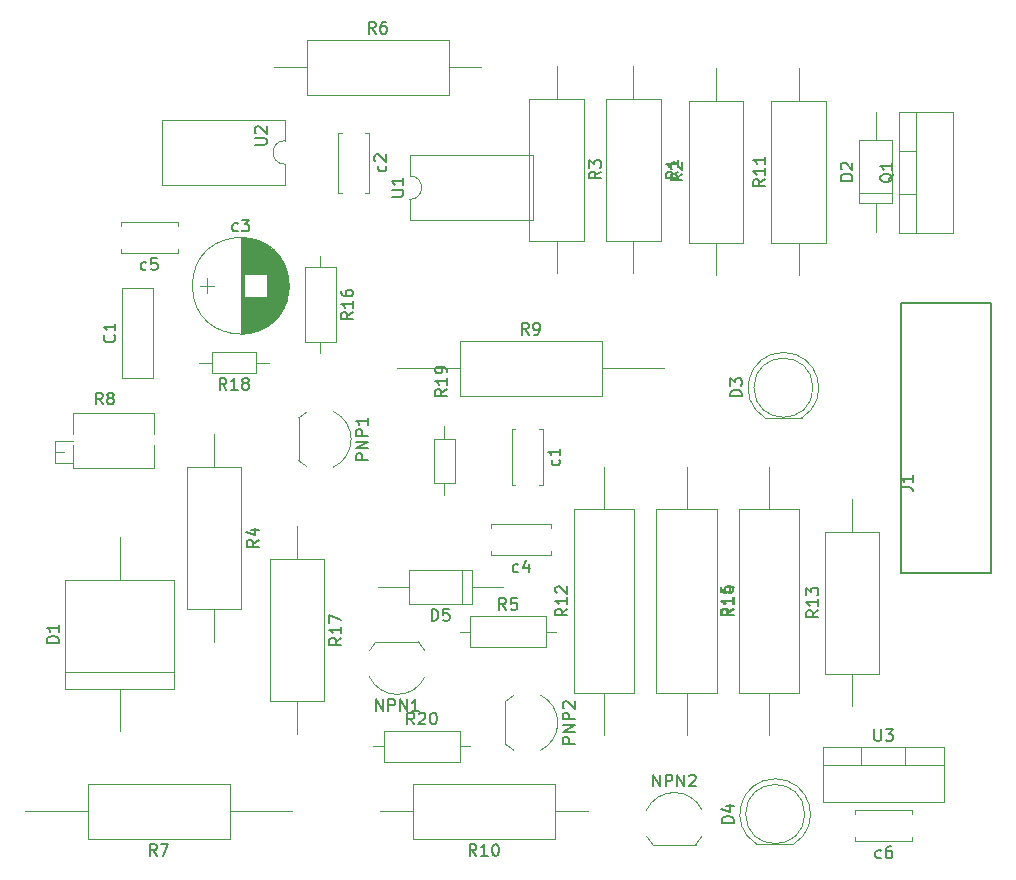
<source format=gbr>
G04 #@! TF.FileFunction,Legend,Top*
%FSLAX46Y46*%
G04 Gerber Fmt 4.6, Leading zero omitted, Abs format (unit mm)*
G04 Created by KiCad (PCBNEW 4.0.6) date 06/15/17 21:01:38*
%MOMM*%
%LPD*%
G01*
G04 APERTURE LIST*
%ADD10C,0.100000*%
%ADD11C,0.120000*%
%ADD12C,0.150000*%
G04 APERTURE END LIST*
D10*
D11*
X180690000Y-76350000D02*
X185310000Y-76350000D01*
X185310000Y-76350000D02*
X185310000Y-64330000D01*
X185310000Y-64330000D02*
X180690000Y-64330000D01*
X180690000Y-64330000D02*
X180690000Y-76350000D01*
X183000000Y-79120000D02*
X183000000Y-76350000D01*
X183000000Y-61560000D02*
X183000000Y-64330000D01*
X121585000Y-90780000D02*
X128415000Y-90780000D01*
X121585000Y-95400000D02*
X128415000Y-95400000D01*
X121585000Y-90780000D02*
X121585000Y-92535000D01*
X121585000Y-93466000D02*
X121585000Y-95400000D01*
X128415000Y-90780000D02*
X128415000Y-92535000D01*
X128415000Y-93466000D02*
X128415000Y-95400000D01*
X120065000Y-93120000D02*
X121544000Y-93120000D01*
X120065000Y-95020000D02*
X121584000Y-95020000D01*
X120065000Y-93120000D02*
X120065000Y-95020000D01*
X121584000Y-93466000D02*
X121584000Y-95020000D01*
X120065000Y-94070000D02*
X120825000Y-94070000D01*
X120890000Y-114110000D02*
X130110000Y-114110000D01*
X130110000Y-114110000D02*
X130110000Y-104890000D01*
X130110000Y-104890000D02*
X120890000Y-104890000D01*
X120890000Y-104890000D02*
X120890000Y-114110000D01*
X125500000Y-117720000D02*
X125500000Y-114110000D01*
X125500000Y-101280000D02*
X125500000Y-104890000D01*
X120890000Y-112685000D02*
X130110000Y-112685000D01*
X140650000Y-91200000D02*
X140650000Y-94800000D01*
X141377205Y-90675816D02*
G75*
G03X140650000Y-91200000I1122795J-2324184D01*
G01*
X143598807Y-90643600D02*
G75*
G02X145100000Y-93000000I-1098807J-2356400D01*
G01*
X143598807Y-95356400D02*
G75*
G03X145100000Y-93000000I-1098807J2356400D01*
G01*
X141377205Y-95324184D02*
G75*
G02X140650000Y-94800000I1122795J2324184D01*
G01*
X135810000Y-95330000D02*
X131190000Y-95330000D01*
X131190000Y-95330000D02*
X131190000Y-107350000D01*
X131190000Y-107350000D02*
X135810000Y-107350000D01*
X135810000Y-107350000D02*
X135810000Y-95330000D01*
X133500000Y-92560000D02*
X133500000Y-95330000D01*
X133500000Y-110120000D02*
X133500000Y-107350000D01*
X134810000Y-126810000D02*
X134810000Y-122190000D01*
X134810000Y-122190000D02*
X122790000Y-122190000D01*
X122790000Y-122190000D02*
X122790000Y-126810000D01*
X122790000Y-126810000D02*
X134810000Y-126810000D01*
X140120000Y-124500000D02*
X134810000Y-124500000D01*
X117480000Y-124500000D02*
X122790000Y-124500000D01*
X142810000Y-103150000D02*
X138190000Y-103150000D01*
X138190000Y-103150000D02*
X138190000Y-115170000D01*
X138190000Y-115170000D02*
X142810000Y-115170000D01*
X142810000Y-115170000D02*
X142810000Y-103150000D01*
X140500000Y-100380000D02*
X140500000Y-103150000D01*
X140500000Y-117940000D02*
X140500000Y-115170000D01*
X173690000Y-76350000D02*
X178310000Y-76350000D01*
X178310000Y-76350000D02*
X178310000Y-64330000D01*
X178310000Y-64330000D02*
X173690000Y-64330000D01*
X173690000Y-64330000D02*
X173690000Y-76350000D01*
X176000000Y-79120000D02*
X176000000Y-76350000D01*
X176000000Y-61560000D02*
X176000000Y-64330000D01*
X188090000Y-73010000D02*
X190910000Y-73010000D01*
X190910000Y-73010000D02*
X190910000Y-67690000D01*
X190910000Y-67690000D02*
X188090000Y-67690000D01*
X188090000Y-67690000D02*
X188090000Y-73010000D01*
X189500000Y-75420000D02*
X189500000Y-73010000D01*
X189500000Y-65280000D02*
X189500000Y-67690000D01*
X188090000Y-72170000D02*
X190910000Y-72170000D01*
D12*
X191690000Y-81460000D02*
X191690000Y-104320000D01*
X199310000Y-81460000D02*
X191690000Y-81460000D01*
X199310000Y-104320000D02*
X199310000Y-81460000D01*
X191690000Y-104320000D02*
X199310000Y-104320000D01*
D11*
X191452255Y-75527651D02*
X191452255Y-65287651D01*
X196093255Y-75527651D02*
X196093255Y-65287651D01*
X191452255Y-75527651D02*
X196093255Y-75527651D01*
X191452255Y-65287651D02*
X196093255Y-65287651D01*
X192962255Y-75527651D02*
X192962255Y-65287651D01*
X191452255Y-72257651D02*
X192962255Y-72257651D01*
X191452255Y-68556651D02*
X192962255Y-68556651D01*
X177940000Y-114510000D02*
X183060000Y-114510000D01*
X183060000Y-114510000D02*
X183060000Y-98890000D01*
X183060000Y-98890000D02*
X177940000Y-98890000D01*
X177940000Y-98890000D02*
X177940000Y-114510000D01*
X180500000Y-118020000D02*
X180500000Y-114510000D01*
X180500000Y-95380000D02*
X180500000Y-98890000D01*
X192610000Y-127010000D02*
X187790000Y-127010000D01*
X192610000Y-124390000D02*
X187790000Y-124390000D01*
X192610000Y-127010000D02*
X192610000Y-126696000D01*
X192610000Y-124704000D02*
X192610000Y-124390000D01*
X187790000Y-127010000D02*
X187790000Y-126696000D01*
X187790000Y-124704000D02*
X187790000Y-124390000D01*
X181000462Y-121740000D02*
G75*
G03X179455170Y-127290000I-462J-2990000D01*
G01*
X180999538Y-121740000D02*
G75*
G02X182544830Y-127290000I462J-2990000D01*
G01*
X183500000Y-124730000D02*
G75*
G03X183500000Y-124730000I-2500000J0D01*
G01*
X179455000Y-127290000D02*
X182545000Y-127290000D01*
X163940000Y-114510000D02*
X169060000Y-114510000D01*
X169060000Y-114510000D02*
X169060000Y-98890000D01*
X169060000Y-98890000D02*
X163940000Y-98890000D01*
X163940000Y-98890000D02*
X163940000Y-114510000D01*
X166500000Y-118020000D02*
X166500000Y-114510000D01*
X166500000Y-95380000D02*
X166500000Y-98890000D01*
X170660000Y-127350000D02*
X174260000Y-127350000D01*
X170135816Y-126622795D02*
G75*
G03X170660000Y-127350000I2324184J1122795D01*
G01*
X170103600Y-124401193D02*
G75*
G02X172460000Y-122900000I2356400J-1098807D01*
G01*
X174816400Y-124401193D02*
G75*
G03X172460000Y-122900000I-2356400J-1098807D01*
G01*
X174784184Y-126622795D02*
G75*
G02X174260000Y-127350000I-2324184J1122795D01*
G01*
X176060000Y-98890000D02*
X170940000Y-98890000D01*
X170940000Y-98890000D02*
X170940000Y-114510000D01*
X170940000Y-114510000D02*
X176060000Y-114510000D01*
X176060000Y-114510000D02*
X176060000Y-98890000D01*
X173500000Y-95380000D02*
X173500000Y-98890000D01*
X173500000Y-118020000D02*
X173500000Y-114510000D01*
X185190000Y-112850000D02*
X189810000Y-112850000D01*
X189810000Y-112850000D02*
X189810000Y-100830000D01*
X189810000Y-100830000D02*
X185190000Y-100830000D01*
X185190000Y-100830000D02*
X185190000Y-112850000D01*
X187500000Y-115620000D02*
X187500000Y-112850000D01*
X187500000Y-98060000D02*
X187500000Y-100830000D01*
X185040000Y-119080000D02*
X195280000Y-119080000D01*
X185040000Y-123721000D02*
X195280000Y-123721000D01*
X185040000Y-119080000D02*
X185040000Y-123721000D01*
X195280000Y-119080000D02*
X195280000Y-123721000D01*
X185040000Y-120590000D02*
X195280000Y-120590000D01*
X188310000Y-119080000D02*
X188310000Y-120590000D01*
X192011000Y-119080000D02*
X192011000Y-120590000D01*
X137050000Y-87360000D02*
X137050000Y-85640000D01*
X137050000Y-85640000D02*
X133330000Y-85640000D01*
X133330000Y-85640000D02*
X133330000Y-87360000D01*
X133330000Y-87360000D02*
X137050000Y-87360000D01*
X138120000Y-86500000D02*
X137050000Y-86500000D01*
X132260000Y-86500000D02*
X133330000Y-86500000D01*
X125690000Y-87810000D02*
X125690000Y-80190000D01*
X128310000Y-87810000D02*
X128310000Y-80190000D01*
X125690000Y-87810000D02*
X128310000Y-87810000D01*
X125690000Y-80190000D02*
X128310000Y-80190000D01*
X146610000Y-67040000D02*
X146610000Y-72160000D01*
X143990000Y-67040000D02*
X143990000Y-72160000D01*
X146610000Y-67040000D02*
X146296000Y-67040000D01*
X144304000Y-67040000D02*
X143990000Y-67040000D01*
X146610000Y-72160000D02*
X146296000Y-72160000D01*
X144304000Y-72160000D02*
X143990000Y-72160000D01*
X135750000Y-75950000D02*
X135750000Y-84050000D01*
X135790000Y-75950000D02*
X135790000Y-84050000D01*
X135830000Y-75950000D02*
X135830000Y-84050000D01*
X135870000Y-75951000D02*
X135870000Y-84049000D01*
X135910000Y-75953000D02*
X135910000Y-84047000D01*
X135950000Y-75954000D02*
X135950000Y-84046000D01*
X135990000Y-75957000D02*
X135990000Y-84043000D01*
X136030000Y-75959000D02*
X136030000Y-79020000D01*
X136030000Y-80980000D02*
X136030000Y-84041000D01*
X136070000Y-75962000D02*
X136070000Y-79020000D01*
X136070000Y-80980000D02*
X136070000Y-84038000D01*
X136110000Y-75965000D02*
X136110000Y-79020000D01*
X136110000Y-80980000D02*
X136110000Y-84035000D01*
X136150000Y-75969000D02*
X136150000Y-79020000D01*
X136150000Y-80980000D02*
X136150000Y-84031000D01*
X136190000Y-75973000D02*
X136190000Y-79020000D01*
X136190000Y-80980000D02*
X136190000Y-84027000D01*
X136230000Y-75978000D02*
X136230000Y-79020000D01*
X136230000Y-80980000D02*
X136230000Y-84022000D01*
X136270000Y-75983000D02*
X136270000Y-79020000D01*
X136270000Y-80980000D02*
X136270000Y-84017000D01*
X136310000Y-75988000D02*
X136310000Y-79020000D01*
X136310000Y-80980000D02*
X136310000Y-84012000D01*
X136350000Y-75994000D02*
X136350000Y-79020000D01*
X136350000Y-80980000D02*
X136350000Y-84006000D01*
X136390000Y-76000000D02*
X136390000Y-79020000D01*
X136390000Y-80980000D02*
X136390000Y-84000000D01*
X136430000Y-76006000D02*
X136430000Y-79020000D01*
X136430000Y-80980000D02*
X136430000Y-83994000D01*
X136471000Y-76013000D02*
X136471000Y-79020000D01*
X136471000Y-80980000D02*
X136471000Y-83987000D01*
X136511000Y-76021000D02*
X136511000Y-79020000D01*
X136511000Y-80980000D02*
X136511000Y-83979000D01*
X136551000Y-76029000D02*
X136551000Y-79020000D01*
X136551000Y-80980000D02*
X136551000Y-83971000D01*
X136591000Y-76037000D02*
X136591000Y-79020000D01*
X136591000Y-80980000D02*
X136591000Y-83963000D01*
X136631000Y-76045000D02*
X136631000Y-79020000D01*
X136631000Y-80980000D02*
X136631000Y-83955000D01*
X136671000Y-76054000D02*
X136671000Y-79020000D01*
X136671000Y-80980000D02*
X136671000Y-83946000D01*
X136711000Y-76064000D02*
X136711000Y-79020000D01*
X136711000Y-80980000D02*
X136711000Y-83936000D01*
X136751000Y-76074000D02*
X136751000Y-79020000D01*
X136751000Y-80980000D02*
X136751000Y-83926000D01*
X136791000Y-76084000D02*
X136791000Y-79020000D01*
X136791000Y-80980000D02*
X136791000Y-83916000D01*
X136831000Y-76095000D02*
X136831000Y-79020000D01*
X136831000Y-80980000D02*
X136831000Y-83905000D01*
X136871000Y-76106000D02*
X136871000Y-79020000D01*
X136871000Y-80980000D02*
X136871000Y-83894000D01*
X136911000Y-76117000D02*
X136911000Y-79020000D01*
X136911000Y-80980000D02*
X136911000Y-83883000D01*
X136951000Y-76130000D02*
X136951000Y-79020000D01*
X136951000Y-80980000D02*
X136951000Y-83870000D01*
X136991000Y-76142000D02*
X136991000Y-79020000D01*
X136991000Y-80980000D02*
X136991000Y-83858000D01*
X137031000Y-76155000D02*
X137031000Y-79020000D01*
X137031000Y-80980000D02*
X137031000Y-83845000D01*
X137071000Y-76168000D02*
X137071000Y-79020000D01*
X137071000Y-80980000D02*
X137071000Y-83832000D01*
X137111000Y-76182000D02*
X137111000Y-79020000D01*
X137111000Y-80980000D02*
X137111000Y-83818000D01*
X137151000Y-76197000D02*
X137151000Y-79020000D01*
X137151000Y-80980000D02*
X137151000Y-83803000D01*
X137191000Y-76211000D02*
X137191000Y-79020000D01*
X137191000Y-80980000D02*
X137191000Y-83789000D01*
X137231000Y-76227000D02*
X137231000Y-79020000D01*
X137231000Y-80980000D02*
X137231000Y-83773000D01*
X137271000Y-76242000D02*
X137271000Y-79020000D01*
X137271000Y-80980000D02*
X137271000Y-83758000D01*
X137311000Y-76259000D02*
X137311000Y-79020000D01*
X137311000Y-80980000D02*
X137311000Y-83741000D01*
X137351000Y-76275000D02*
X137351000Y-79020000D01*
X137351000Y-80980000D02*
X137351000Y-83725000D01*
X137391000Y-76293000D02*
X137391000Y-79020000D01*
X137391000Y-80980000D02*
X137391000Y-83707000D01*
X137431000Y-76310000D02*
X137431000Y-79020000D01*
X137431000Y-80980000D02*
X137431000Y-83690000D01*
X137471000Y-76329000D02*
X137471000Y-79020000D01*
X137471000Y-80980000D02*
X137471000Y-83671000D01*
X137511000Y-76348000D02*
X137511000Y-79020000D01*
X137511000Y-80980000D02*
X137511000Y-83652000D01*
X137551000Y-76367000D02*
X137551000Y-79020000D01*
X137551000Y-80980000D02*
X137551000Y-83633000D01*
X137591000Y-76387000D02*
X137591000Y-79020000D01*
X137591000Y-80980000D02*
X137591000Y-83613000D01*
X137631000Y-76407000D02*
X137631000Y-79020000D01*
X137631000Y-80980000D02*
X137631000Y-83593000D01*
X137671000Y-76428000D02*
X137671000Y-79020000D01*
X137671000Y-80980000D02*
X137671000Y-83572000D01*
X137711000Y-76450000D02*
X137711000Y-79020000D01*
X137711000Y-80980000D02*
X137711000Y-83550000D01*
X137751000Y-76472000D02*
X137751000Y-79020000D01*
X137751000Y-80980000D02*
X137751000Y-83528000D01*
X137791000Y-76495000D02*
X137791000Y-79020000D01*
X137791000Y-80980000D02*
X137791000Y-83505000D01*
X137831000Y-76518000D02*
X137831000Y-79020000D01*
X137831000Y-80980000D02*
X137831000Y-83482000D01*
X137871000Y-76542000D02*
X137871000Y-79020000D01*
X137871000Y-80980000D02*
X137871000Y-83458000D01*
X137911000Y-76566000D02*
X137911000Y-79020000D01*
X137911000Y-80980000D02*
X137911000Y-83434000D01*
X137951000Y-76592000D02*
X137951000Y-79020000D01*
X137951000Y-80980000D02*
X137951000Y-83408000D01*
X137991000Y-76617000D02*
X137991000Y-83383000D01*
X138031000Y-76644000D02*
X138031000Y-83356000D01*
X138071000Y-76671000D02*
X138071000Y-83329000D01*
X138111000Y-76699000D02*
X138111000Y-83301000D01*
X138151000Y-76728000D02*
X138151000Y-83272000D01*
X138191000Y-76757000D02*
X138191000Y-83243000D01*
X138231000Y-76787000D02*
X138231000Y-83213000D01*
X138271000Y-76818000D02*
X138271000Y-83182000D01*
X138311000Y-76850000D02*
X138311000Y-83150000D01*
X138351000Y-76882000D02*
X138351000Y-83118000D01*
X138391000Y-76916000D02*
X138391000Y-83084000D01*
X138431000Y-76950000D02*
X138431000Y-83050000D01*
X138471000Y-76985000D02*
X138471000Y-83015000D01*
X138511000Y-77021000D02*
X138511000Y-82979000D01*
X138551000Y-77058000D02*
X138551000Y-82942000D01*
X138591000Y-77096000D02*
X138591000Y-82904000D01*
X138631000Y-77135000D02*
X138631000Y-82865000D01*
X138671000Y-77176000D02*
X138671000Y-82824000D01*
X138711000Y-77217000D02*
X138711000Y-82783000D01*
X138751000Y-77260000D02*
X138751000Y-82740000D01*
X138791000Y-77303000D02*
X138791000Y-82697000D01*
X138831000Y-77348000D02*
X138831000Y-82652000D01*
X138871000Y-77395000D02*
X138871000Y-82605000D01*
X138911000Y-77443000D02*
X138911000Y-82557000D01*
X138951000Y-77492000D02*
X138951000Y-82508000D01*
X138991000Y-77543000D02*
X138991000Y-82457000D01*
X139031000Y-77596000D02*
X139031000Y-82404000D01*
X139071000Y-77651000D02*
X139071000Y-82349000D01*
X139111000Y-77707000D02*
X139111000Y-82293000D01*
X139151000Y-77766000D02*
X139151000Y-82234000D01*
X139191000Y-77827000D02*
X139191000Y-82173000D01*
X139231000Y-77891000D02*
X139231000Y-82109000D01*
X139271000Y-77957000D02*
X139271000Y-82043000D01*
X139311000Y-78026000D02*
X139311000Y-81974000D01*
X139351000Y-78098000D02*
X139351000Y-81902000D01*
X139391000Y-78174000D02*
X139391000Y-81826000D01*
X139431000Y-78255000D02*
X139431000Y-81745000D01*
X139471000Y-78340000D02*
X139471000Y-81660000D01*
X139511000Y-78430000D02*
X139511000Y-81570000D01*
X139551000Y-78527000D02*
X139551000Y-81473000D01*
X139591000Y-78631000D02*
X139591000Y-81369000D01*
X139631000Y-78746000D02*
X139631000Y-81254000D01*
X139671000Y-78873000D02*
X139671000Y-81127000D01*
X139711000Y-79017000D02*
X139711000Y-80983000D01*
X139751000Y-79186000D02*
X139751000Y-80814000D01*
X139791000Y-79402000D02*
X139791000Y-80598000D01*
X139831000Y-79754000D02*
X139831000Y-80246000D01*
X132300000Y-80000000D02*
X133500000Y-80000000D01*
X132900000Y-79350000D02*
X132900000Y-80650000D01*
X139840000Y-80000000D02*
G75*
G03X139840000Y-80000000I-4090000J0D01*
G01*
X130410000Y-77210000D02*
X125590000Y-77210000D01*
X130410000Y-74590000D02*
X125590000Y-74590000D01*
X130410000Y-77210000D02*
X130410000Y-76896000D01*
X130410000Y-74904000D02*
X130410000Y-74590000D01*
X125590000Y-77210000D02*
X125590000Y-76896000D01*
X125590000Y-74904000D02*
X125590000Y-74590000D01*
X141330000Y-59190000D02*
X141330000Y-63810000D01*
X141330000Y-63810000D02*
X153350000Y-63810000D01*
X153350000Y-63810000D02*
X153350000Y-59190000D01*
X153350000Y-59190000D02*
X141330000Y-59190000D01*
X138560000Y-61500000D02*
X141330000Y-61500000D01*
X156120000Y-61500000D02*
X153350000Y-61500000D01*
X143810000Y-78370000D02*
X141190000Y-78370000D01*
X141190000Y-78370000D02*
X141190000Y-84790000D01*
X141190000Y-84790000D02*
X143810000Y-84790000D01*
X143810000Y-84790000D02*
X143810000Y-78370000D01*
X142500000Y-77480000D02*
X142500000Y-78370000D01*
X142500000Y-85680000D02*
X142500000Y-84790000D01*
X139490000Y-67710000D02*
X139490000Y-65940000D01*
X139490000Y-65940000D02*
X129090000Y-65940000D01*
X129090000Y-65940000D02*
X129090000Y-71480000D01*
X129090000Y-71480000D02*
X139490000Y-71480000D01*
X139490000Y-71480000D02*
X139490000Y-69710000D01*
X139490000Y-69710000D02*
G75*
G02X139490000Y-67710000I0J1000000D01*
G01*
X153860000Y-92950000D02*
X152140000Y-92950000D01*
X152140000Y-92950000D02*
X152140000Y-96670000D01*
X152140000Y-96670000D02*
X153860000Y-96670000D01*
X153860000Y-96670000D02*
X153860000Y-92950000D01*
X153000000Y-91880000D02*
X153000000Y-92950000D01*
X153000000Y-97740000D02*
X153000000Y-96670000D01*
X161310000Y-92090000D02*
X161310000Y-96910000D01*
X158690000Y-92090000D02*
X158690000Y-96910000D01*
X161310000Y-92090000D02*
X160996000Y-92090000D01*
X159004000Y-92090000D02*
X158690000Y-92090000D01*
X161310000Y-96910000D02*
X160996000Y-96910000D01*
X159004000Y-96910000D02*
X158690000Y-96910000D01*
X171310000Y-64150000D02*
X166690000Y-64150000D01*
X166690000Y-64150000D02*
X166690000Y-76170000D01*
X166690000Y-76170000D02*
X171310000Y-76170000D01*
X171310000Y-76170000D02*
X171310000Y-64150000D01*
X169000000Y-61380000D02*
X169000000Y-64150000D01*
X169000000Y-78940000D02*
X169000000Y-76170000D01*
X154290000Y-84690000D02*
X154290000Y-89310000D01*
X154290000Y-89310000D02*
X166310000Y-89310000D01*
X166310000Y-89310000D02*
X166310000Y-84690000D01*
X166310000Y-84690000D02*
X154290000Y-84690000D01*
X148980000Y-87000000D02*
X154290000Y-87000000D01*
X171620000Y-87000000D02*
X166310000Y-87000000D01*
X164810000Y-64150000D02*
X160190000Y-64150000D01*
X160190000Y-64150000D02*
X160190000Y-76170000D01*
X160190000Y-76170000D02*
X164810000Y-76170000D01*
X164810000Y-76170000D02*
X164810000Y-64150000D01*
X162500000Y-61380000D02*
X162500000Y-64150000D01*
X162500000Y-78940000D02*
X162500000Y-76170000D01*
X150070000Y-72690000D02*
X150070000Y-74460000D01*
X150070000Y-74460000D02*
X160470000Y-74460000D01*
X160470000Y-74460000D02*
X160470000Y-68920000D01*
X160470000Y-68920000D02*
X150070000Y-68920000D01*
X150070000Y-68920000D02*
X150070000Y-70690000D01*
X150070000Y-70690000D02*
G75*
G02X150070000Y-72690000I0J-1000000D01*
G01*
X162060000Y-102810000D02*
X156940000Y-102810000D01*
X162060000Y-100190000D02*
X156940000Y-100190000D01*
X162060000Y-102810000D02*
X162060000Y-102496000D01*
X162060000Y-100504000D02*
X162060000Y-100190000D01*
X156940000Y-102810000D02*
X156940000Y-102496000D01*
X156940000Y-100504000D02*
X156940000Y-100190000D01*
X155310000Y-106910000D02*
X155310000Y-104090000D01*
X155310000Y-104090000D02*
X149990000Y-104090000D01*
X149990000Y-104090000D02*
X149990000Y-106910000D01*
X149990000Y-106910000D02*
X155310000Y-106910000D01*
X157920000Y-105500000D02*
X155310000Y-105500000D01*
X147380000Y-105500000D02*
X149990000Y-105500000D01*
X154470000Y-106910000D02*
X154470000Y-104090000D01*
X158150000Y-115200000D02*
X158150000Y-118800000D01*
X158877205Y-114675816D02*
G75*
G03X158150000Y-115200000I1122795J-2324184D01*
G01*
X161098807Y-114643600D02*
G75*
G02X162600000Y-117000000I-1098807J-2356400D01*
G01*
X161098807Y-119356400D02*
G75*
G03X162600000Y-117000000I-1098807J2356400D01*
G01*
X158877205Y-119324184D02*
G75*
G02X158150000Y-118800000I1122795J2324184D01*
G01*
X155170000Y-107990000D02*
X155170000Y-110610000D01*
X155170000Y-110610000D02*
X161590000Y-110610000D01*
X161590000Y-110610000D02*
X161590000Y-107990000D01*
X161590000Y-107990000D02*
X155170000Y-107990000D01*
X154280000Y-109300000D02*
X155170000Y-109300000D01*
X162480000Y-109300000D02*
X161590000Y-109300000D01*
X150800000Y-110150000D02*
X147200000Y-110150000D01*
X151324184Y-110877205D02*
G75*
G03X150800000Y-110150000I-2324184J-1122795D01*
G01*
X151356400Y-113098807D02*
G75*
G02X149000000Y-114600000I-2356400J1098807D01*
G01*
X146643600Y-113098807D02*
G75*
G03X149000000Y-114600000I2356400J1098807D01*
G01*
X146675816Y-110877205D02*
G75*
G02X147200000Y-110150000I2324184J-1122795D01*
G01*
X162350000Y-126810000D02*
X162350000Y-122190000D01*
X162350000Y-122190000D02*
X150330000Y-122190000D01*
X150330000Y-122190000D02*
X150330000Y-126810000D01*
X150330000Y-126810000D02*
X162350000Y-126810000D01*
X165120000Y-124500000D02*
X162350000Y-124500000D01*
X147560000Y-124500000D02*
X150330000Y-124500000D01*
X147870000Y-117690000D02*
X147870000Y-120310000D01*
X147870000Y-120310000D02*
X154290000Y-120310000D01*
X154290000Y-120310000D02*
X154290000Y-117690000D01*
X154290000Y-117690000D02*
X147870000Y-117690000D01*
X146980000Y-119000000D02*
X147870000Y-119000000D01*
X155180000Y-119000000D02*
X154290000Y-119000000D01*
X181700462Y-85640000D02*
G75*
G03X180155170Y-91190000I-462J-2990000D01*
G01*
X181699538Y-85640000D02*
G75*
G02X183244830Y-91190000I462J-2990000D01*
G01*
X184200000Y-88630000D02*
G75*
G03X184200000Y-88630000I-2500000J0D01*
G01*
X180155000Y-91190000D02*
X183245000Y-91190000D01*
D12*
X180142381Y-70982857D02*
X179666190Y-71316191D01*
X180142381Y-71554286D02*
X179142381Y-71554286D01*
X179142381Y-71173333D01*
X179190000Y-71078095D01*
X179237619Y-71030476D01*
X179332857Y-70982857D01*
X179475714Y-70982857D01*
X179570952Y-71030476D01*
X179618571Y-71078095D01*
X179666190Y-71173333D01*
X179666190Y-71554286D01*
X180142381Y-70030476D02*
X180142381Y-70601905D01*
X180142381Y-70316191D02*
X179142381Y-70316191D01*
X179285238Y-70411429D01*
X179380476Y-70506667D01*
X179428095Y-70601905D01*
X180142381Y-69078095D02*
X180142381Y-69649524D01*
X180142381Y-69363810D02*
X179142381Y-69363810D01*
X179285238Y-69459048D01*
X179380476Y-69554286D01*
X179428095Y-69649524D01*
X124073334Y-90042381D02*
X123740000Y-89566190D01*
X123501905Y-90042381D02*
X123501905Y-89042381D01*
X123882858Y-89042381D01*
X123978096Y-89090000D01*
X124025715Y-89137619D01*
X124073334Y-89232857D01*
X124073334Y-89375714D01*
X124025715Y-89470952D01*
X123978096Y-89518571D01*
X123882858Y-89566190D01*
X123501905Y-89566190D01*
X124644762Y-89470952D02*
X124549524Y-89423333D01*
X124501905Y-89375714D01*
X124454286Y-89280476D01*
X124454286Y-89232857D01*
X124501905Y-89137619D01*
X124549524Y-89090000D01*
X124644762Y-89042381D01*
X124835239Y-89042381D01*
X124930477Y-89090000D01*
X124978096Y-89137619D01*
X125025715Y-89232857D01*
X125025715Y-89280476D01*
X124978096Y-89375714D01*
X124930477Y-89423333D01*
X124835239Y-89470952D01*
X124644762Y-89470952D01*
X124549524Y-89518571D01*
X124501905Y-89566190D01*
X124454286Y-89661429D01*
X124454286Y-89851905D01*
X124501905Y-89947143D01*
X124549524Y-89994762D01*
X124644762Y-90042381D01*
X124835239Y-90042381D01*
X124930477Y-89994762D01*
X124978096Y-89947143D01*
X125025715Y-89851905D01*
X125025715Y-89661429D01*
X124978096Y-89566190D01*
X124930477Y-89518571D01*
X124835239Y-89470952D01*
X120342381Y-110238095D02*
X119342381Y-110238095D01*
X119342381Y-110000000D01*
X119390000Y-109857142D01*
X119485238Y-109761904D01*
X119580476Y-109714285D01*
X119770952Y-109666666D01*
X119913810Y-109666666D01*
X120104286Y-109714285D01*
X120199524Y-109761904D01*
X120294762Y-109857142D01*
X120342381Y-110000000D01*
X120342381Y-110238095D01*
X120342381Y-108714285D02*
X120342381Y-109285714D01*
X120342381Y-109000000D02*
X119342381Y-109000000D01*
X119485238Y-109095238D01*
X119580476Y-109190476D01*
X119628095Y-109285714D01*
X146512381Y-94761905D02*
X145512381Y-94761905D01*
X145512381Y-94380952D01*
X145560000Y-94285714D01*
X145607619Y-94238095D01*
X145702857Y-94190476D01*
X145845714Y-94190476D01*
X145940952Y-94238095D01*
X145988571Y-94285714D01*
X146036190Y-94380952D01*
X146036190Y-94761905D01*
X146512381Y-93761905D02*
X145512381Y-93761905D01*
X146512381Y-93190476D01*
X145512381Y-93190476D01*
X146512381Y-92714286D02*
X145512381Y-92714286D01*
X145512381Y-92333333D01*
X145560000Y-92238095D01*
X145607619Y-92190476D01*
X145702857Y-92142857D01*
X145845714Y-92142857D01*
X145940952Y-92190476D01*
X145988571Y-92238095D01*
X146036190Y-92333333D01*
X146036190Y-92714286D01*
X146512381Y-91190476D02*
X146512381Y-91761905D01*
X146512381Y-91476191D02*
X145512381Y-91476191D01*
X145655238Y-91571429D01*
X145750476Y-91666667D01*
X145798095Y-91761905D01*
X137262381Y-101506666D02*
X136786190Y-101840000D01*
X137262381Y-102078095D02*
X136262381Y-102078095D01*
X136262381Y-101697142D01*
X136310000Y-101601904D01*
X136357619Y-101554285D01*
X136452857Y-101506666D01*
X136595714Y-101506666D01*
X136690952Y-101554285D01*
X136738571Y-101601904D01*
X136786190Y-101697142D01*
X136786190Y-102078095D01*
X136595714Y-100649523D02*
X137262381Y-100649523D01*
X136214762Y-100887619D02*
X136929048Y-101125714D01*
X136929048Y-100506666D01*
X128633334Y-128262381D02*
X128300000Y-127786190D01*
X128061905Y-128262381D02*
X128061905Y-127262381D01*
X128442858Y-127262381D01*
X128538096Y-127310000D01*
X128585715Y-127357619D01*
X128633334Y-127452857D01*
X128633334Y-127595714D01*
X128585715Y-127690952D01*
X128538096Y-127738571D01*
X128442858Y-127786190D01*
X128061905Y-127786190D01*
X128966667Y-127262381D02*
X129633334Y-127262381D01*
X129204762Y-128262381D01*
X144262381Y-109802857D02*
X143786190Y-110136191D01*
X144262381Y-110374286D02*
X143262381Y-110374286D01*
X143262381Y-109993333D01*
X143310000Y-109898095D01*
X143357619Y-109850476D01*
X143452857Y-109802857D01*
X143595714Y-109802857D01*
X143690952Y-109850476D01*
X143738571Y-109898095D01*
X143786190Y-109993333D01*
X143786190Y-110374286D01*
X144262381Y-108850476D02*
X144262381Y-109421905D01*
X144262381Y-109136191D02*
X143262381Y-109136191D01*
X143405238Y-109231429D01*
X143500476Y-109326667D01*
X143548095Y-109421905D01*
X143262381Y-108517143D02*
X143262381Y-107850476D01*
X144262381Y-108279048D01*
X173142381Y-70506666D02*
X172666190Y-70840000D01*
X173142381Y-71078095D02*
X172142381Y-71078095D01*
X172142381Y-70697142D01*
X172190000Y-70601904D01*
X172237619Y-70554285D01*
X172332857Y-70506666D01*
X172475714Y-70506666D01*
X172570952Y-70554285D01*
X172618571Y-70601904D01*
X172666190Y-70697142D01*
X172666190Y-71078095D01*
X172237619Y-70125714D02*
X172190000Y-70078095D01*
X172142381Y-69982857D01*
X172142381Y-69744761D01*
X172190000Y-69649523D01*
X172237619Y-69601904D01*
X172332857Y-69554285D01*
X172428095Y-69554285D01*
X172570952Y-69601904D01*
X173142381Y-70173333D01*
X173142381Y-69554285D01*
X187542381Y-71088095D02*
X186542381Y-71088095D01*
X186542381Y-70850000D01*
X186590000Y-70707142D01*
X186685238Y-70611904D01*
X186780476Y-70564285D01*
X186970952Y-70516666D01*
X187113810Y-70516666D01*
X187304286Y-70564285D01*
X187399524Y-70611904D01*
X187494762Y-70707142D01*
X187542381Y-70850000D01*
X187542381Y-71088095D01*
X186637619Y-70135714D02*
X186590000Y-70088095D01*
X186542381Y-69992857D01*
X186542381Y-69754761D01*
X186590000Y-69659523D01*
X186637619Y-69611904D01*
X186732857Y-69564285D01*
X186828095Y-69564285D01*
X186970952Y-69611904D01*
X187542381Y-70183333D01*
X187542381Y-69564285D01*
X191642381Y-97033333D02*
X192356667Y-97033333D01*
X192499524Y-97080953D01*
X192594762Y-97176191D01*
X192642381Y-97319048D01*
X192642381Y-97414286D01*
X192642381Y-96033333D02*
X192642381Y-96604762D01*
X192642381Y-96319048D02*
X191642381Y-96319048D01*
X191785238Y-96414286D01*
X191880476Y-96509524D01*
X191928095Y-96604762D01*
X190999874Y-70502889D02*
X190952255Y-70598127D01*
X190857017Y-70693365D01*
X190714160Y-70836222D01*
X190666541Y-70931461D01*
X190666541Y-71026699D01*
X190904636Y-70979080D02*
X190857017Y-71074318D01*
X190761779Y-71169556D01*
X190571303Y-71217175D01*
X190237969Y-71217175D01*
X190047493Y-71169556D01*
X189952255Y-71074318D01*
X189904636Y-70979080D01*
X189904636Y-70788603D01*
X189952255Y-70693365D01*
X190047493Y-70598127D01*
X190237969Y-70550508D01*
X190571303Y-70550508D01*
X190761779Y-70598127D01*
X190857017Y-70693365D01*
X190904636Y-70788603D01*
X190904636Y-70979080D01*
X190904636Y-69598127D02*
X190904636Y-70169556D01*
X190904636Y-69883842D02*
X189904636Y-69883842D01*
X190047493Y-69979080D01*
X190142731Y-70074318D01*
X190190350Y-70169556D01*
X177392381Y-107342857D02*
X176916190Y-107676191D01*
X177392381Y-107914286D02*
X176392381Y-107914286D01*
X176392381Y-107533333D01*
X176440000Y-107438095D01*
X176487619Y-107390476D01*
X176582857Y-107342857D01*
X176725714Y-107342857D01*
X176820952Y-107390476D01*
X176868571Y-107438095D01*
X176916190Y-107533333D01*
X176916190Y-107914286D01*
X177392381Y-106390476D02*
X177392381Y-106961905D01*
X177392381Y-106676191D02*
X176392381Y-106676191D01*
X176535238Y-106771429D01*
X176630476Y-106866667D01*
X176678095Y-106961905D01*
X176392381Y-105485714D02*
X176392381Y-105961905D01*
X176868571Y-106009524D01*
X176820952Y-105961905D01*
X176773333Y-105866667D01*
X176773333Y-105628571D01*
X176820952Y-105533333D01*
X176868571Y-105485714D01*
X176963810Y-105438095D01*
X177201905Y-105438095D01*
X177297143Y-105485714D01*
X177344762Y-105533333D01*
X177392381Y-105628571D01*
X177392381Y-105866667D01*
X177344762Y-105961905D01*
X177297143Y-106009524D01*
X189961905Y-128414762D02*
X189866667Y-128462381D01*
X189676190Y-128462381D01*
X189580952Y-128414762D01*
X189533333Y-128367143D01*
X189485714Y-128271905D01*
X189485714Y-127986190D01*
X189533333Y-127890952D01*
X189580952Y-127843333D01*
X189676190Y-127795714D01*
X189866667Y-127795714D01*
X189961905Y-127843333D01*
X190819048Y-127462381D02*
X190628571Y-127462381D01*
X190533333Y-127510000D01*
X190485714Y-127557619D01*
X190390476Y-127700476D01*
X190342857Y-127890952D01*
X190342857Y-128271905D01*
X190390476Y-128367143D01*
X190438095Y-128414762D01*
X190533333Y-128462381D01*
X190723810Y-128462381D01*
X190819048Y-128414762D01*
X190866667Y-128367143D01*
X190914286Y-128271905D01*
X190914286Y-128033810D01*
X190866667Y-127938571D01*
X190819048Y-127890952D01*
X190723810Y-127843333D01*
X190533333Y-127843333D01*
X190438095Y-127890952D01*
X190390476Y-127938571D01*
X190342857Y-128033810D01*
X177492381Y-125468095D02*
X176492381Y-125468095D01*
X176492381Y-125230000D01*
X176540000Y-125087142D01*
X176635238Y-124991904D01*
X176730476Y-124944285D01*
X176920952Y-124896666D01*
X177063810Y-124896666D01*
X177254286Y-124944285D01*
X177349524Y-124991904D01*
X177444762Y-125087142D01*
X177492381Y-125230000D01*
X177492381Y-125468095D01*
X176825714Y-124039523D02*
X177492381Y-124039523D01*
X176444762Y-124277619D02*
X177159048Y-124515714D01*
X177159048Y-123896666D01*
X163392381Y-107342857D02*
X162916190Y-107676191D01*
X163392381Y-107914286D02*
X162392381Y-107914286D01*
X162392381Y-107533333D01*
X162440000Y-107438095D01*
X162487619Y-107390476D01*
X162582857Y-107342857D01*
X162725714Y-107342857D01*
X162820952Y-107390476D01*
X162868571Y-107438095D01*
X162916190Y-107533333D01*
X162916190Y-107914286D01*
X163392381Y-106390476D02*
X163392381Y-106961905D01*
X163392381Y-106676191D02*
X162392381Y-106676191D01*
X162535238Y-106771429D01*
X162630476Y-106866667D01*
X162678095Y-106961905D01*
X162487619Y-106009524D02*
X162440000Y-105961905D01*
X162392381Y-105866667D01*
X162392381Y-105628571D01*
X162440000Y-105533333D01*
X162487619Y-105485714D01*
X162582857Y-105438095D01*
X162678095Y-105438095D01*
X162820952Y-105485714D01*
X163392381Y-106057143D01*
X163392381Y-105438095D01*
X170674286Y-122392381D02*
X170674286Y-121392381D01*
X171245715Y-122392381D01*
X171245715Y-121392381D01*
X171721905Y-122392381D02*
X171721905Y-121392381D01*
X172102858Y-121392381D01*
X172198096Y-121440000D01*
X172245715Y-121487619D01*
X172293334Y-121582857D01*
X172293334Y-121725714D01*
X172245715Y-121820952D01*
X172198096Y-121868571D01*
X172102858Y-121916190D01*
X171721905Y-121916190D01*
X172721905Y-122392381D02*
X172721905Y-121392381D01*
X173293334Y-122392381D01*
X173293334Y-121392381D01*
X173721905Y-121487619D02*
X173769524Y-121440000D01*
X173864762Y-121392381D01*
X174102858Y-121392381D01*
X174198096Y-121440000D01*
X174245715Y-121487619D01*
X174293334Y-121582857D01*
X174293334Y-121678095D01*
X174245715Y-121820952D01*
X173674286Y-122392381D01*
X174293334Y-122392381D01*
X177512381Y-107342857D02*
X177036190Y-107676191D01*
X177512381Y-107914286D02*
X176512381Y-107914286D01*
X176512381Y-107533333D01*
X176560000Y-107438095D01*
X176607619Y-107390476D01*
X176702857Y-107342857D01*
X176845714Y-107342857D01*
X176940952Y-107390476D01*
X176988571Y-107438095D01*
X177036190Y-107533333D01*
X177036190Y-107914286D01*
X177512381Y-106390476D02*
X177512381Y-106961905D01*
X177512381Y-106676191D02*
X176512381Y-106676191D01*
X176655238Y-106771429D01*
X176750476Y-106866667D01*
X176798095Y-106961905D01*
X176845714Y-105533333D02*
X177512381Y-105533333D01*
X176464762Y-105771429D02*
X177179048Y-106009524D01*
X177179048Y-105390476D01*
X184642381Y-107482857D02*
X184166190Y-107816191D01*
X184642381Y-108054286D02*
X183642381Y-108054286D01*
X183642381Y-107673333D01*
X183690000Y-107578095D01*
X183737619Y-107530476D01*
X183832857Y-107482857D01*
X183975714Y-107482857D01*
X184070952Y-107530476D01*
X184118571Y-107578095D01*
X184166190Y-107673333D01*
X184166190Y-108054286D01*
X184642381Y-106530476D02*
X184642381Y-107101905D01*
X184642381Y-106816191D02*
X183642381Y-106816191D01*
X183785238Y-106911429D01*
X183880476Y-107006667D01*
X183928095Y-107101905D01*
X183642381Y-106197143D02*
X183642381Y-105578095D01*
X184023333Y-105911429D01*
X184023333Y-105768571D01*
X184070952Y-105673333D01*
X184118571Y-105625714D01*
X184213810Y-105578095D01*
X184451905Y-105578095D01*
X184547143Y-105625714D01*
X184594762Y-105673333D01*
X184642381Y-105768571D01*
X184642381Y-106054286D01*
X184594762Y-106149524D01*
X184547143Y-106197143D01*
X189398095Y-117532381D02*
X189398095Y-118341905D01*
X189445714Y-118437143D01*
X189493333Y-118484762D01*
X189588571Y-118532381D01*
X189779048Y-118532381D01*
X189874286Y-118484762D01*
X189921905Y-118437143D01*
X189969524Y-118341905D01*
X189969524Y-117532381D01*
X190350476Y-117532381D02*
X190969524Y-117532381D01*
X190636190Y-117913333D01*
X190779048Y-117913333D01*
X190874286Y-117960952D01*
X190921905Y-118008571D01*
X190969524Y-118103810D01*
X190969524Y-118341905D01*
X190921905Y-118437143D01*
X190874286Y-118484762D01*
X190779048Y-118532381D01*
X190493333Y-118532381D01*
X190398095Y-118484762D01*
X190350476Y-118437143D01*
X134547143Y-88812381D02*
X134213809Y-88336190D01*
X133975714Y-88812381D02*
X133975714Y-87812381D01*
X134356667Y-87812381D01*
X134451905Y-87860000D01*
X134499524Y-87907619D01*
X134547143Y-88002857D01*
X134547143Y-88145714D01*
X134499524Y-88240952D01*
X134451905Y-88288571D01*
X134356667Y-88336190D01*
X133975714Y-88336190D01*
X135499524Y-88812381D02*
X134928095Y-88812381D01*
X135213809Y-88812381D02*
X135213809Y-87812381D01*
X135118571Y-87955238D01*
X135023333Y-88050476D01*
X134928095Y-88098095D01*
X136070952Y-88240952D02*
X135975714Y-88193333D01*
X135928095Y-88145714D01*
X135880476Y-88050476D01*
X135880476Y-88002857D01*
X135928095Y-87907619D01*
X135975714Y-87860000D01*
X136070952Y-87812381D01*
X136261429Y-87812381D01*
X136356667Y-87860000D01*
X136404286Y-87907619D01*
X136451905Y-88002857D01*
X136451905Y-88050476D01*
X136404286Y-88145714D01*
X136356667Y-88193333D01*
X136261429Y-88240952D01*
X136070952Y-88240952D01*
X135975714Y-88288571D01*
X135928095Y-88336190D01*
X135880476Y-88431429D01*
X135880476Y-88621905D01*
X135928095Y-88717143D01*
X135975714Y-88764762D01*
X136070952Y-88812381D01*
X136261429Y-88812381D01*
X136356667Y-88764762D01*
X136404286Y-88717143D01*
X136451905Y-88621905D01*
X136451905Y-88431429D01*
X136404286Y-88336190D01*
X136356667Y-88288571D01*
X136261429Y-88240952D01*
X125047143Y-84166666D02*
X125094762Y-84214285D01*
X125142381Y-84357142D01*
X125142381Y-84452380D01*
X125094762Y-84595238D01*
X124999524Y-84690476D01*
X124904286Y-84738095D01*
X124713810Y-84785714D01*
X124570952Y-84785714D01*
X124380476Y-84738095D01*
X124285238Y-84690476D01*
X124190000Y-84595238D01*
X124142381Y-84452380D01*
X124142381Y-84357142D01*
X124190000Y-84214285D01*
X124237619Y-84166666D01*
X125142381Y-83214285D02*
X125142381Y-83785714D01*
X125142381Y-83500000D02*
X124142381Y-83500000D01*
X124285238Y-83595238D01*
X124380476Y-83690476D01*
X124428095Y-83785714D01*
X148014762Y-69838095D02*
X148062381Y-69933333D01*
X148062381Y-70123810D01*
X148014762Y-70219048D01*
X147967143Y-70266667D01*
X147871905Y-70314286D01*
X147586190Y-70314286D01*
X147490952Y-70266667D01*
X147443333Y-70219048D01*
X147395714Y-70123810D01*
X147395714Y-69933333D01*
X147443333Y-69838095D01*
X147157619Y-69457143D02*
X147110000Y-69409524D01*
X147062381Y-69314286D01*
X147062381Y-69076190D01*
X147110000Y-68980952D01*
X147157619Y-68933333D01*
X147252857Y-68885714D01*
X147348095Y-68885714D01*
X147490952Y-68933333D01*
X148062381Y-69504762D01*
X148062381Y-68885714D01*
X135511905Y-75344762D02*
X135416667Y-75392381D01*
X135226190Y-75392381D01*
X135130952Y-75344762D01*
X135083333Y-75297143D01*
X135035714Y-75201905D01*
X135035714Y-74916190D01*
X135083333Y-74820952D01*
X135130952Y-74773333D01*
X135226190Y-74725714D01*
X135416667Y-74725714D01*
X135511905Y-74773333D01*
X135845238Y-74392381D02*
X136464286Y-74392381D01*
X136130952Y-74773333D01*
X136273810Y-74773333D01*
X136369048Y-74820952D01*
X136416667Y-74868571D01*
X136464286Y-74963810D01*
X136464286Y-75201905D01*
X136416667Y-75297143D01*
X136369048Y-75344762D01*
X136273810Y-75392381D01*
X135988095Y-75392381D01*
X135892857Y-75344762D01*
X135845238Y-75297143D01*
X127761905Y-78614762D02*
X127666667Y-78662381D01*
X127476190Y-78662381D01*
X127380952Y-78614762D01*
X127333333Y-78567143D01*
X127285714Y-78471905D01*
X127285714Y-78186190D01*
X127333333Y-78090952D01*
X127380952Y-78043333D01*
X127476190Y-77995714D01*
X127666667Y-77995714D01*
X127761905Y-78043333D01*
X128666667Y-77662381D02*
X128190476Y-77662381D01*
X128142857Y-78138571D01*
X128190476Y-78090952D01*
X128285714Y-78043333D01*
X128523810Y-78043333D01*
X128619048Y-78090952D01*
X128666667Y-78138571D01*
X128714286Y-78233810D01*
X128714286Y-78471905D01*
X128666667Y-78567143D01*
X128619048Y-78614762D01*
X128523810Y-78662381D01*
X128285714Y-78662381D01*
X128190476Y-78614762D01*
X128142857Y-78567143D01*
X147173334Y-58642381D02*
X146840000Y-58166190D01*
X146601905Y-58642381D02*
X146601905Y-57642381D01*
X146982858Y-57642381D01*
X147078096Y-57690000D01*
X147125715Y-57737619D01*
X147173334Y-57832857D01*
X147173334Y-57975714D01*
X147125715Y-58070952D01*
X147078096Y-58118571D01*
X146982858Y-58166190D01*
X146601905Y-58166190D01*
X148030477Y-57642381D02*
X147840000Y-57642381D01*
X147744762Y-57690000D01*
X147697143Y-57737619D01*
X147601905Y-57880476D01*
X147554286Y-58070952D01*
X147554286Y-58451905D01*
X147601905Y-58547143D01*
X147649524Y-58594762D01*
X147744762Y-58642381D01*
X147935239Y-58642381D01*
X148030477Y-58594762D01*
X148078096Y-58547143D01*
X148125715Y-58451905D01*
X148125715Y-58213810D01*
X148078096Y-58118571D01*
X148030477Y-58070952D01*
X147935239Y-58023333D01*
X147744762Y-58023333D01*
X147649524Y-58070952D01*
X147601905Y-58118571D01*
X147554286Y-58213810D01*
X145262381Y-82222857D02*
X144786190Y-82556191D01*
X145262381Y-82794286D02*
X144262381Y-82794286D01*
X144262381Y-82413333D01*
X144310000Y-82318095D01*
X144357619Y-82270476D01*
X144452857Y-82222857D01*
X144595714Y-82222857D01*
X144690952Y-82270476D01*
X144738571Y-82318095D01*
X144786190Y-82413333D01*
X144786190Y-82794286D01*
X145262381Y-81270476D02*
X145262381Y-81841905D01*
X145262381Y-81556191D02*
X144262381Y-81556191D01*
X144405238Y-81651429D01*
X144500476Y-81746667D01*
X144548095Y-81841905D01*
X144262381Y-80413333D02*
X144262381Y-80603810D01*
X144310000Y-80699048D01*
X144357619Y-80746667D01*
X144500476Y-80841905D01*
X144690952Y-80889524D01*
X145071905Y-80889524D01*
X145167143Y-80841905D01*
X145214762Y-80794286D01*
X145262381Y-80699048D01*
X145262381Y-80508571D01*
X145214762Y-80413333D01*
X145167143Y-80365714D01*
X145071905Y-80318095D01*
X144833810Y-80318095D01*
X144738571Y-80365714D01*
X144690952Y-80413333D01*
X144643333Y-80508571D01*
X144643333Y-80699048D01*
X144690952Y-80794286D01*
X144738571Y-80841905D01*
X144833810Y-80889524D01*
X136952381Y-68081905D02*
X137761905Y-68081905D01*
X137857143Y-68034286D01*
X137904762Y-67986667D01*
X137952381Y-67891429D01*
X137952381Y-67700952D01*
X137904762Y-67605714D01*
X137857143Y-67558095D01*
X137761905Y-67510476D01*
X136952381Y-67510476D01*
X137047619Y-67081905D02*
X137000000Y-67034286D01*
X136952381Y-66939048D01*
X136952381Y-66700952D01*
X137000000Y-66605714D01*
X137047619Y-66558095D01*
X137142857Y-66510476D01*
X137238095Y-66510476D01*
X137380952Y-66558095D01*
X137952381Y-67129524D01*
X137952381Y-66510476D01*
X153213621Y-88744717D02*
X152737430Y-89078051D01*
X153213621Y-89316146D02*
X152213621Y-89316146D01*
X152213621Y-88935193D01*
X152261240Y-88839955D01*
X152308859Y-88792336D01*
X152404097Y-88744717D01*
X152546954Y-88744717D01*
X152642192Y-88792336D01*
X152689811Y-88839955D01*
X152737430Y-88935193D01*
X152737430Y-89316146D01*
X153213621Y-87792336D02*
X153213621Y-88363765D01*
X153213621Y-88078051D02*
X152213621Y-88078051D01*
X152356478Y-88173289D01*
X152451716Y-88268527D01*
X152499335Y-88363765D01*
X153213621Y-87316146D02*
X153213621Y-87125670D01*
X153166002Y-87030431D01*
X153118383Y-86982812D01*
X152975526Y-86887574D01*
X152785050Y-86839955D01*
X152404097Y-86839955D01*
X152308859Y-86887574D01*
X152261240Y-86935193D01*
X152213621Y-87030431D01*
X152213621Y-87220908D01*
X152261240Y-87316146D01*
X152308859Y-87363765D01*
X152404097Y-87411384D01*
X152642192Y-87411384D01*
X152737430Y-87363765D01*
X152785050Y-87316146D01*
X152832669Y-87220908D01*
X152832669Y-87030431D01*
X152785050Y-86935193D01*
X152737430Y-86887574D01*
X152642192Y-86839955D01*
X162714762Y-94738095D02*
X162762381Y-94833333D01*
X162762381Y-95023810D01*
X162714762Y-95119048D01*
X162667143Y-95166667D01*
X162571905Y-95214286D01*
X162286190Y-95214286D01*
X162190952Y-95166667D01*
X162143333Y-95119048D01*
X162095714Y-95023810D01*
X162095714Y-94833333D01*
X162143333Y-94738095D01*
X162762381Y-93785714D02*
X162762381Y-94357143D01*
X162762381Y-94071429D02*
X161762381Y-94071429D01*
X161905238Y-94166667D01*
X162000476Y-94261905D01*
X162048095Y-94357143D01*
X172762381Y-70326666D02*
X172286190Y-70660000D01*
X172762381Y-70898095D02*
X171762381Y-70898095D01*
X171762381Y-70517142D01*
X171810000Y-70421904D01*
X171857619Y-70374285D01*
X171952857Y-70326666D01*
X172095714Y-70326666D01*
X172190952Y-70374285D01*
X172238571Y-70421904D01*
X172286190Y-70517142D01*
X172286190Y-70898095D01*
X172762381Y-69374285D02*
X172762381Y-69945714D01*
X172762381Y-69660000D02*
X171762381Y-69660000D01*
X171905238Y-69755238D01*
X172000476Y-69850476D01*
X172048095Y-69945714D01*
X160133334Y-84142381D02*
X159800000Y-83666190D01*
X159561905Y-84142381D02*
X159561905Y-83142381D01*
X159942858Y-83142381D01*
X160038096Y-83190000D01*
X160085715Y-83237619D01*
X160133334Y-83332857D01*
X160133334Y-83475714D01*
X160085715Y-83570952D01*
X160038096Y-83618571D01*
X159942858Y-83666190D01*
X159561905Y-83666190D01*
X160609524Y-84142381D02*
X160800000Y-84142381D01*
X160895239Y-84094762D01*
X160942858Y-84047143D01*
X161038096Y-83904286D01*
X161085715Y-83713810D01*
X161085715Y-83332857D01*
X161038096Y-83237619D01*
X160990477Y-83190000D01*
X160895239Y-83142381D01*
X160704762Y-83142381D01*
X160609524Y-83190000D01*
X160561905Y-83237619D01*
X160514286Y-83332857D01*
X160514286Y-83570952D01*
X160561905Y-83666190D01*
X160609524Y-83713810D01*
X160704762Y-83761429D01*
X160895239Y-83761429D01*
X160990477Y-83713810D01*
X161038096Y-83666190D01*
X161085715Y-83570952D01*
X166262381Y-70326666D02*
X165786190Y-70660000D01*
X166262381Y-70898095D02*
X165262381Y-70898095D01*
X165262381Y-70517142D01*
X165310000Y-70421904D01*
X165357619Y-70374285D01*
X165452857Y-70326666D01*
X165595714Y-70326666D01*
X165690952Y-70374285D01*
X165738571Y-70421904D01*
X165786190Y-70517142D01*
X165786190Y-70898095D01*
X165262381Y-69993333D02*
X165262381Y-69374285D01*
X165643333Y-69707619D01*
X165643333Y-69564761D01*
X165690952Y-69469523D01*
X165738571Y-69421904D01*
X165833810Y-69374285D01*
X166071905Y-69374285D01*
X166167143Y-69421904D01*
X166214762Y-69469523D01*
X166262381Y-69564761D01*
X166262381Y-69850476D01*
X166214762Y-69945714D01*
X166167143Y-69993333D01*
X148522381Y-72451905D02*
X149331905Y-72451905D01*
X149427143Y-72404286D01*
X149474762Y-72356667D01*
X149522381Y-72261429D01*
X149522381Y-72070952D01*
X149474762Y-71975714D01*
X149427143Y-71928095D01*
X149331905Y-71880476D01*
X148522381Y-71880476D01*
X149522381Y-70880476D02*
X149522381Y-71451905D01*
X149522381Y-71166191D02*
X148522381Y-71166191D01*
X148665238Y-71261429D01*
X148760476Y-71356667D01*
X148808095Y-71451905D01*
X159261905Y-104214762D02*
X159166667Y-104262381D01*
X158976190Y-104262381D01*
X158880952Y-104214762D01*
X158833333Y-104167143D01*
X158785714Y-104071905D01*
X158785714Y-103786190D01*
X158833333Y-103690952D01*
X158880952Y-103643333D01*
X158976190Y-103595714D01*
X159166667Y-103595714D01*
X159261905Y-103643333D01*
X160119048Y-103595714D02*
X160119048Y-104262381D01*
X159880952Y-103214762D02*
X159642857Y-103929048D01*
X160261905Y-103929048D01*
X151911905Y-108362381D02*
X151911905Y-107362381D01*
X152150000Y-107362381D01*
X152292858Y-107410000D01*
X152388096Y-107505238D01*
X152435715Y-107600476D01*
X152483334Y-107790952D01*
X152483334Y-107933810D01*
X152435715Y-108124286D01*
X152388096Y-108219524D01*
X152292858Y-108314762D01*
X152150000Y-108362381D01*
X151911905Y-108362381D01*
X153388096Y-107362381D02*
X152911905Y-107362381D01*
X152864286Y-107838571D01*
X152911905Y-107790952D01*
X153007143Y-107743333D01*
X153245239Y-107743333D01*
X153340477Y-107790952D01*
X153388096Y-107838571D01*
X153435715Y-107933810D01*
X153435715Y-108171905D01*
X153388096Y-108267143D01*
X153340477Y-108314762D01*
X153245239Y-108362381D01*
X153007143Y-108362381D01*
X152911905Y-108314762D01*
X152864286Y-108267143D01*
X164012381Y-118761905D02*
X163012381Y-118761905D01*
X163012381Y-118380952D01*
X163060000Y-118285714D01*
X163107619Y-118238095D01*
X163202857Y-118190476D01*
X163345714Y-118190476D01*
X163440952Y-118238095D01*
X163488571Y-118285714D01*
X163536190Y-118380952D01*
X163536190Y-118761905D01*
X164012381Y-117761905D02*
X163012381Y-117761905D01*
X164012381Y-117190476D01*
X163012381Y-117190476D01*
X164012381Y-116714286D02*
X163012381Y-116714286D01*
X163012381Y-116333333D01*
X163060000Y-116238095D01*
X163107619Y-116190476D01*
X163202857Y-116142857D01*
X163345714Y-116142857D01*
X163440952Y-116190476D01*
X163488571Y-116238095D01*
X163536190Y-116333333D01*
X163536190Y-116714286D01*
X163107619Y-115761905D02*
X163060000Y-115714286D01*
X163012381Y-115619048D01*
X163012381Y-115380952D01*
X163060000Y-115285714D01*
X163107619Y-115238095D01*
X163202857Y-115190476D01*
X163298095Y-115190476D01*
X163440952Y-115238095D01*
X164012381Y-115809524D01*
X164012381Y-115190476D01*
X158213334Y-107442381D02*
X157880000Y-106966190D01*
X157641905Y-107442381D02*
X157641905Y-106442381D01*
X158022858Y-106442381D01*
X158118096Y-106490000D01*
X158165715Y-106537619D01*
X158213334Y-106632857D01*
X158213334Y-106775714D01*
X158165715Y-106870952D01*
X158118096Y-106918571D01*
X158022858Y-106966190D01*
X157641905Y-106966190D01*
X159118096Y-106442381D02*
X158641905Y-106442381D01*
X158594286Y-106918571D01*
X158641905Y-106870952D01*
X158737143Y-106823333D01*
X158975239Y-106823333D01*
X159070477Y-106870952D01*
X159118096Y-106918571D01*
X159165715Y-107013810D01*
X159165715Y-107251905D01*
X159118096Y-107347143D01*
X159070477Y-107394762D01*
X158975239Y-107442381D01*
X158737143Y-107442381D01*
X158641905Y-107394762D01*
X158594286Y-107347143D01*
X147214286Y-116012381D02*
X147214286Y-115012381D01*
X147785715Y-116012381D01*
X147785715Y-115012381D01*
X148261905Y-116012381D02*
X148261905Y-115012381D01*
X148642858Y-115012381D01*
X148738096Y-115060000D01*
X148785715Y-115107619D01*
X148833334Y-115202857D01*
X148833334Y-115345714D01*
X148785715Y-115440952D01*
X148738096Y-115488571D01*
X148642858Y-115536190D01*
X148261905Y-115536190D01*
X149261905Y-116012381D02*
X149261905Y-115012381D01*
X149833334Y-116012381D01*
X149833334Y-115012381D01*
X150833334Y-116012381D02*
X150261905Y-116012381D01*
X150547619Y-116012381D02*
X150547619Y-115012381D01*
X150452381Y-115155238D01*
X150357143Y-115250476D01*
X150261905Y-115298095D01*
X155697143Y-128262381D02*
X155363809Y-127786190D01*
X155125714Y-128262381D02*
X155125714Y-127262381D01*
X155506667Y-127262381D01*
X155601905Y-127310000D01*
X155649524Y-127357619D01*
X155697143Y-127452857D01*
X155697143Y-127595714D01*
X155649524Y-127690952D01*
X155601905Y-127738571D01*
X155506667Y-127786190D01*
X155125714Y-127786190D01*
X156649524Y-128262381D02*
X156078095Y-128262381D01*
X156363809Y-128262381D02*
X156363809Y-127262381D01*
X156268571Y-127405238D01*
X156173333Y-127500476D01*
X156078095Y-127548095D01*
X157268571Y-127262381D02*
X157363810Y-127262381D01*
X157459048Y-127310000D01*
X157506667Y-127357619D01*
X157554286Y-127452857D01*
X157601905Y-127643333D01*
X157601905Y-127881429D01*
X157554286Y-128071905D01*
X157506667Y-128167143D01*
X157459048Y-128214762D01*
X157363810Y-128262381D01*
X157268571Y-128262381D01*
X157173333Y-128214762D01*
X157125714Y-128167143D01*
X157078095Y-128071905D01*
X157030476Y-127881429D01*
X157030476Y-127643333D01*
X157078095Y-127452857D01*
X157125714Y-127357619D01*
X157173333Y-127310000D01*
X157268571Y-127262381D01*
X150437143Y-117142381D02*
X150103809Y-116666190D01*
X149865714Y-117142381D02*
X149865714Y-116142381D01*
X150246667Y-116142381D01*
X150341905Y-116190000D01*
X150389524Y-116237619D01*
X150437143Y-116332857D01*
X150437143Y-116475714D01*
X150389524Y-116570952D01*
X150341905Y-116618571D01*
X150246667Y-116666190D01*
X149865714Y-116666190D01*
X150818095Y-116237619D02*
X150865714Y-116190000D01*
X150960952Y-116142381D01*
X151199048Y-116142381D01*
X151294286Y-116190000D01*
X151341905Y-116237619D01*
X151389524Y-116332857D01*
X151389524Y-116428095D01*
X151341905Y-116570952D01*
X150770476Y-117142381D01*
X151389524Y-117142381D01*
X152008571Y-116142381D02*
X152103810Y-116142381D01*
X152199048Y-116190000D01*
X152246667Y-116237619D01*
X152294286Y-116332857D01*
X152341905Y-116523333D01*
X152341905Y-116761429D01*
X152294286Y-116951905D01*
X152246667Y-117047143D01*
X152199048Y-117094762D01*
X152103810Y-117142381D01*
X152008571Y-117142381D01*
X151913333Y-117094762D01*
X151865714Y-117047143D01*
X151818095Y-116951905D01*
X151770476Y-116761429D01*
X151770476Y-116523333D01*
X151818095Y-116332857D01*
X151865714Y-116237619D01*
X151913333Y-116190000D01*
X152008571Y-116142381D01*
X178192381Y-89368095D02*
X177192381Y-89368095D01*
X177192381Y-89130000D01*
X177240000Y-88987142D01*
X177335238Y-88891904D01*
X177430476Y-88844285D01*
X177620952Y-88796666D01*
X177763810Y-88796666D01*
X177954286Y-88844285D01*
X178049524Y-88891904D01*
X178144762Y-88987142D01*
X178192381Y-89130000D01*
X178192381Y-89368095D01*
X177192381Y-88463333D02*
X177192381Y-87844285D01*
X177573333Y-88177619D01*
X177573333Y-88034761D01*
X177620952Y-87939523D01*
X177668571Y-87891904D01*
X177763810Y-87844285D01*
X178001905Y-87844285D01*
X178097143Y-87891904D01*
X178144762Y-87939523D01*
X178192381Y-88034761D01*
X178192381Y-88320476D01*
X178144762Y-88415714D01*
X178097143Y-88463333D01*
M02*

</source>
